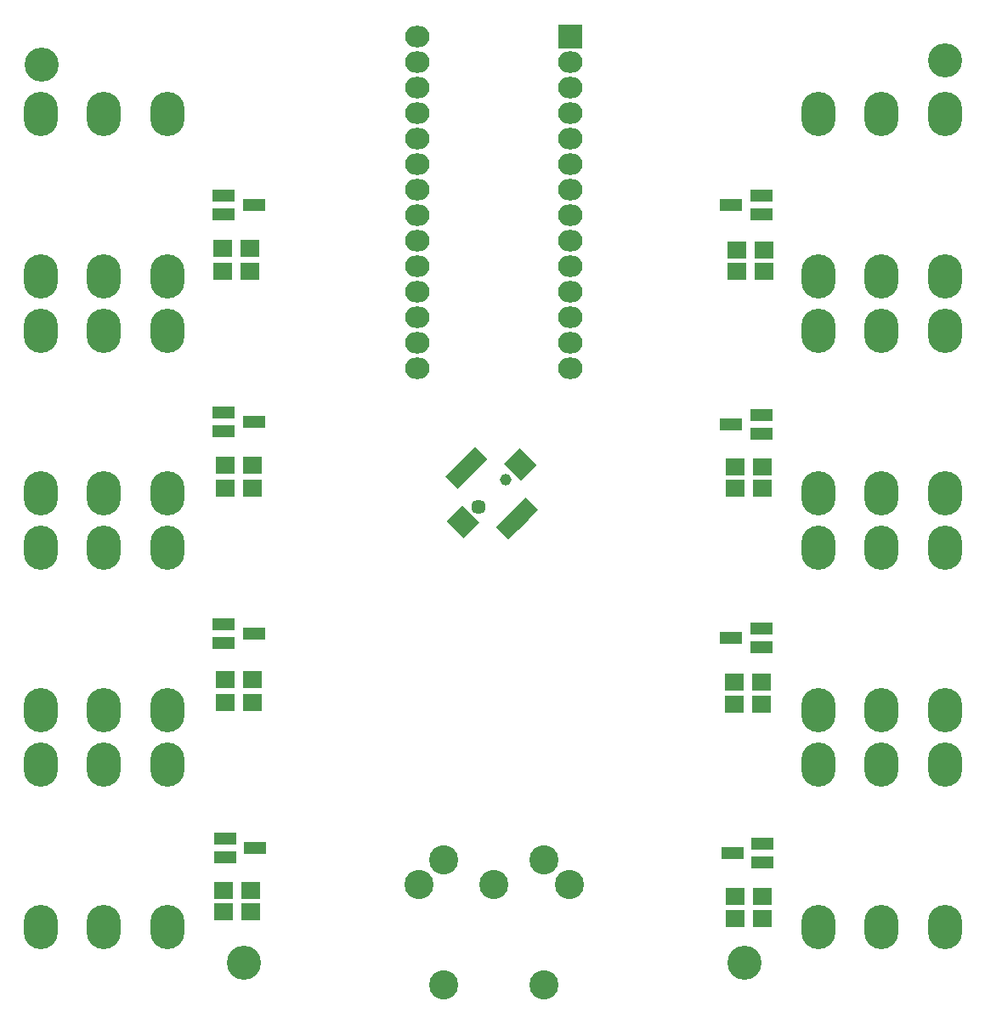
<source format=gbs>
G04 #@! TF.FileFunction,Soldermask,Bot*
%FSLAX46Y46*%
G04 Gerber Fmt 4.6, Leading zero omitted, Abs format (unit mm)*
G04 Created by KiCad (PCBNEW 4.0.7-e2-6376~58~ubuntu14.04.1) date Mon Apr 16 00:30:28 2018*
%MOMM*%
%LPD*%
G01*
G04 APERTURE LIST*
%ADD10C,0.100000*%
%ADD11O,3.400000X4.400000*%
%ADD12C,1.150000*%
%ADD13C,1.450000*%
%ADD14R,1.900000X1.700000*%
%ADD15R,2.432000X2.432000*%
%ADD16O,2.432000X2.127200*%
%ADD17C,3.400000*%
%ADD18C,2.900000*%
%ADD19R,2.300000X1.200000*%
G04 APERTURE END LIST*
D10*
D11*
X99110000Y-63020000D03*
X105410000Y-63020000D03*
X111710000Y-63020000D03*
X99110000Y-79220000D03*
X105410000Y-79220000D03*
X111710000Y-79220000D03*
X99110000Y-84610000D03*
X105410000Y-84610000D03*
X111710000Y-84610000D03*
X99110000Y-100810000D03*
X105410000Y-100810000D03*
X111710000Y-100810000D03*
D10*
G36*
X148700349Y-102448901D02*
X147710400Y-103438850D01*
X146472963Y-102201413D01*
X147462912Y-101211464D01*
X148700349Y-102448901D01*
X148700349Y-102448901D01*
G37*
G36*
X147710400Y-103438851D02*
X146720451Y-104428800D01*
X145483014Y-103191363D01*
X146472963Y-102201414D01*
X147710400Y-103438851D01*
X147710400Y-103438851D01*
G37*
G36*
X146720450Y-104428800D02*
X145730501Y-105418749D01*
X144493064Y-104181312D01*
X145483013Y-103191363D01*
X146720450Y-104428800D01*
X146720450Y-104428800D01*
G37*
G36*
X143644536Y-97393088D02*
X142654587Y-98383037D01*
X141417150Y-97145600D01*
X142407099Y-96155651D01*
X143644536Y-97393088D01*
X143644536Y-97393088D01*
G37*
G36*
X142654586Y-98383037D02*
X141664637Y-99372986D01*
X140427200Y-98135549D01*
X141417149Y-97145600D01*
X142654586Y-98383037D01*
X142654586Y-98383037D01*
G37*
G36*
X141664637Y-99372987D02*
X140674688Y-100362936D01*
X139437251Y-99125499D01*
X140427200Y-98135550D01*
X141664637Y-99372987D01*
X141664637Y-99372987D01*
G37*
G36*
X148558928Y-97994129D02*
X147003293Y-99549764D01*
X145306236Y-97852707D01*
X146861871Y-96297072D01*
X148558928Y-97994129D01*
X148558928Y-97994129D01*
G37*
G36*
X142831364Y-103721693D02*
X141275729Y-105277328D01*
X139578672Y-103580271D01*
X141134307Y-102024636D01*
X142831364Y-103721693D01*
X142831364Y-103721693D01*
G37*
D12*
X145412303Y-99443697D03*
D13*
X142725297Y-102130703D03*
D14*
X170895000Y-119634000D03*
X168195000Y-119634000D03*
D11*
X189180000Y-143990000D03*
X182880000Y-143990000D03*
X176580000Y-143990000D03*
X189180000Y-127790000D03*
X182880000Y-127790000D03*
X176580000Y-127790000D03*
X189180000Y-122400000D03*
X182880000Y-122400000D03*
X176580000Y-122400000D03*
X189180000Y-106200000D03*
X182880000Y-106200000D03*
X176580000Y-106200000D03*
X189180000Y-79220000D03*
X182880000Y-79220000D03*
X176580000Y-79220000D03*
X189180000Y-63020000D03*
X182880000Y-63020000D03*
X176580000Y-63020000D03*
X189180000Y-100810000D03*
X182880000Y-100810000D03*
X176580000Y-100810000D03*
X189180000Y-84610000D03*
X182880000Y-84610000D03*
X176580000Y-84610000D03*
D15*
X151892000Y-55372000D03*
D16*
X151892000Y-57912000D03*
X151892000Y-60452000D03*
X151892000Y-62992000D03*
X151892000Y-65532000D03*
X151892000Y-68072000D03*
X151892000Y-70612000D03*
X151892000Y-73152000D03*
X151892000Y-75692000D03*
X151892000Y-78232000D03*
X151892000Y-80772000D03*
X151892000Y-83312000D03*
X151892000Y-85852000D03*
X151892000Y-88392000D03*
X136652000Y-88392000D03*
X136652000Y-85852000D03*
X136652000Y-83312000D03*
X136652000Y-80772000D03*
X136652000Y-78232000D03*
X136652000Y-75692000D03*
X136652000Y-73152000D03*
X136652000Y-70612000D03*
X136652000Y-68072000D03*
X136652000Y-65532000D03*
X136652000Y-62992000D03*
X136652000Y-60452000D03*
X136652000Y-57912000D03*
X136652000Y-55372000D03*
D17*
X99252000Y-58104000D03*
X189210000Y-57754000D03*
X119410000Y-147554000D03*
X169210000Y-147554000D03*
D11*
X99110000Y-106200000D03*
X105410000Y-106200000D03*
X111710000Y-106200000D03*
X99110000Y-122400000D03*
X105410000Y-122400000D03*
X111710000Y-122400000D03*
X99110000Y-127790000D03*
X105410000Y-127790000D03*
X111710000Y-127790000D03*
X99110000Y-143990000D03*
X105410000Y-143990000D03*
X111710000Y-143990000D03*
D18*
X136772000Y-139773000D03*
X144272000Y-139773000D03*
X151772000Y-139773000D03*
X139272000Y-137273000D03*
X149272000Y-137273000D03*
X149272000Y-149773000D03*
X139272000Y-149773000D03*
D19*
X117473600Y-137094000D03*
X117473600Y-135194000D03*
X120473600Y-136144000D03*
X117372000Y-115758000D03*
X117372000Y-113858000D03*
X120372000Y-114808000D03*
X117372000Y-94676000D03*
X117372000Y-92776000D03*
X120372000Y-93726000D03*
X117372000Y-73086000D03*
X117372000Y-71186000D03*
X120372000Y-72136000D03*
X170918000Y-71186000D03*
X170918000Y-73086000D03*
X167918000Y-72136000D03*
X170918000Y-93030000D03*
X170918000Y-94930000D03*
X167918000Y-93980000D03*
X170918000Y-114239000D03*
X170918000Y-116139000D03*
X167918000Y-115189000D03*
X171045000Y-135702000D03*
X171045000Y-137602000D03*
X168045000Y-136652000D03*
D14*
X117369600Y-142494000D03*
X120069600Y-142494000D03*
X120222000Y-121666000D03*
X117522000Y-121666000D03*
X117522000Y-100330000D03*
X120222000Y-100330000D03*
X117268000Y-78740000D03*
X119968000Y-78740000D03*
X171149000Y-78740000D03*
X168449000Y-78740000D03*
X171022000Y-100330000D03*
X168322000Y-100330000D03*
X170895000Y-121793000D03*
X168195000Y-121793000D03*
X171022000Y-143129000D03*
X168322000Y-143129000D03*
X117369600Y-140360400D03*
X120069600Y-140360400D03*
X171022000Y-98171000D03*
X168322000Y-98171000D03*
X117522000Y-98044000D03*
X120222000Y-98044000D03*
X171149000Y-76581000D03*
X168449000Y-76581000D03*
X120222000Y-119380000D03*
X117522000Y-119380000D03*
X171022000Y-140970000D03*
X168322000Y-140970000D03*
X117268000Y-76454000D03*
X119968000Y-76454000D03*
M02*

</source>
